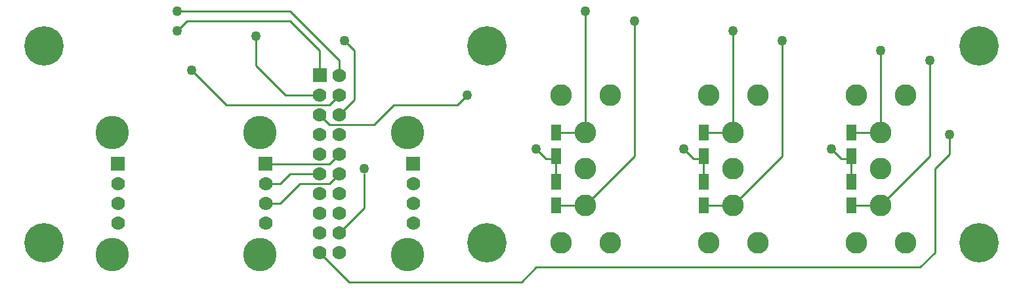
<source format=gbr>
G04 start of page 3 for group 5 idx 5 *
G04 Title: (unknown), bottom *
G04 Creator: pcb 4.2.2 *
G04 CreationDate: Tue May 11 21:17:39 2021 UTC *
G04 For: thomasc *
G04 Format: Gerber/RS-274X *
G04 PCB-Dimensions (mil): 5250.00 1500.00 *
G04 PCB-Coordinate-Origin: lower left *
%MOIN*%
%FSLAX25Y25*%
%LNBOTTOM*%
%ADD34C,0.1250*%
%ADD33C,0.1360*%
%ADD32C,0.0730*%
%ADD31C,0.0420*%
%ADD30C,0.0280*%
%ADD29C,0.0500*%
%ADD28C,0.2000*%
%ADD27C,0.1700*%
%ADD26C,0.0001*%
%ADD25C,0.1100*%
%ADD24C,0.0700*%
%ADD23C,0.0100*%
G54D23*X300000Y44000D02*X285000D01*
Y56000D02*Y69000D01*
X300000Y81000D02*X285000D01*
X275000Y72500D02*X280000Y67500D01*
X285000D01*
X175000Y70000D02*X170000Y65000D01*
X175000Y60000D02*X170000Y55000D01*
X180000Y5000D02*X267500D01*
X275000Y12500D01*
X175000Y30000D02*X187500Y42500D01*
Y60000D01*
X170000Y65000D02*X137500D01*
X165000Y60000D02*X150000D01*
X170000Y55000D02*X155000D01*
X170000Y85000D02*X192500D01*
X202500Y95000D01*
X235000D01*
X240000Y100000D01*
X450000Y44000D02*X435000D01*
X450000Y81000D02*X435000D01*
Y56000D02*Y69000D01*
X375000Y44000D02*X360000D01*
Y56000D02*Y69000D01*
X375000Y81000D02*X360000D01*
X350000Y72500D02*X355000Y67500D01*
X360000D01*
X425000Y72500D02*X430000Y67500D01*
X435000D01*
X477500Y62500D02*X485000Y70000D01*
Y80000D01*
X400000Y69000D02*X375000Y44000D01*
X275000Y12500D02*X470000D01*
X477500Y20000D01*
Y62500D01*
X450000Y122500D02*Y81000D01*
X475000Y117500D02*Y69000D01*
X450000Y44000D01*
X300000Y142500D02*Y81000D01*
X325000Y137500D02*Y69000D01*
X300000Y44000D01*
X375000Y132500D02*Y81000D01*
X400000Y127500D02*Y69000D01*
X150000Y60000D02*X145000Y55000D01*
X137500D01*
X155000D02*X145000Y45000D01*
X137500D01*
X165000Y20000D02*X180000Y5000D01*
X165000Y110000D02*Y122500D01*
X150000Y137500D01*
X175000Y110000D02*Y117500D01*
X150000Y142500D01*
X182500Y97500D02*Y122500D01*
X177500Y127500D01*
X92500Y142500D02*X150000D01*
X92500Y132500D02*X97500Y137500D01*
X150000D01*
X165000Y100000D02*X147500D01*
X175000D02*X170000Y95000D01*
X117500D01*
X175000Y90000D02*X182500Y97500D01*
X165000Y90000D02*X170000Y85000D01*
X147500Y100000D02*X132500Y115000D01*
X117500Y95000D02*X100000Y112500D01*
X132500Y115000D02*Y130000D01*
G54D24*X62500Y45000D03*
X137500D03*
G54D25*X450000Y44000D03*
X375000D03*
X300000D03*
X287500Y25000D03*
X300000Y62500D03*
Y81000D03*
G54D26*G36*
X59000Y68500D02*Y61500D01*
X66000D01*
Y68500D01*
X59000D01*
G37*
G54D27*X59500Y81000D03*
G54D28*X25000Y125000D03*
G54D24*X62500Y55000D03*
G54D26*G36*
X134000Y68500D02*Y61500D01*
X141000D01*
Y68500D01*
X134000D01*
G37*
G54D24*X137500Y55000D03*
G54D27*X134500Y81000D03*
G54D24*X62500Y35000D03*
X137500D03*
X175000Y110000D03*
G54D26*G36*
X161500Y113500D02*Y106500D01*
X168500D01*
Y113500D01*
X161500D01*
G37*
G54D24*X165000Y100000D03*
Y90000D03*
X175000Y100000D03*
Y90000D03*
G54D25*X462500Y100000D03*
X437500D03*
X450000Y62500D03*
Y81000D03*
X387500Y100000D03*
X362500D03*
X312500D03*
X287500D03*
X375000Y62500D03*
Y81000D03*
X462500Y25000D03*
X437500D03*
X387500D03*
X362500D03*
X312500D03*
G54D28*X500000Y125000D03*
Y25000D03*
G54D27*X59500Y19000D03*
X134500D03*
G54D24*X175000Y80000D03*
X165000D03*
X175000Y70000D03*
X165000D03*
X175000Y60000D03*
X165000D03*
Y20000D03*
G54D28*X25000Y25000D03*
G54D26*G36*
X209000Y68500D02*Y61500D01*
X216000D01*
Y68500D01*
X209000D01*
G37*
G54D24*X212500Y55000D03*
Y45000D03*
Y35000D03*
G54D27*X209500Y19000D03*
Y81000D03*
G54D24*X175000Y50000D03*
X165000D03*
X175000Y40000D03*
X165000D03*
X175000Y30000D03*
X165000D03*
X175000Y20000D03*
G54D28*X250000Y125000D03*
Y25000D03*
G54D26*G36*
X287500Y85000D02*X282500D01*
Y77000D01*
X287500D01*
Y85000D01*
G37*
G36*
X362500D02*X357500D01*
Y77000D01*
X362500D01*
Y85000D01*
G37*
G36*
X287500Y48000D02*X282500D01*
Y40000D01*
X287500D01*
Y48000D01*
G37*
G36*
X362500D02*X357500D01*
Y40000D01*
X362500D01*
Y48000D01*
G37*
G36*
X437500D02*X432500D01*
Y40000D01*
X437500D01*
Y48000D01*
G37*
G36*
X287500Y60000D02*X282500D01*
Y52000D01*
X287500D01*
Y60000D01*
G37*
G36*
X362500D02*X357500D01*
Y52000D01*
X362500D01*
Y60000D01*
G37*
G36*
X437500D02*X432500D01*
Y52000D01*
X437500D01*
Y60000D01*
G37*
G36*
X287500Y73000D02*X282500D01*
Y65000D01*
X287500D01*
Y73000D01*
G37*
G36*
X362500D02*X357500D01*
Y65000D01*
X362500D01*
Y73000D01*
G37*
G36*
X437500D02*X432500D01*
Y65000D01*
X437500D01*
Y73000D01*
G37*
G36*
Y85000D02*X432500D01*
Y77000D01*
X437500D01*
Y85000D01*
G37*
G54D29*X187500Y62500D03*
X92500Y132500D03*
Y142500D03*
X132500Y130000D03*
X100000Y112500D03*
X177500Y127500D03*
X275000Y72500D03*
X300000Y142500D03*
X325000Y137500D03*
X350000Y72500D03*
X425000D03*
X375000Y132500D03*
X400000Y127500D03*
X450000Y122500D03*
X240000Y100000D03*
X475000Y117500D03*
X485000Y80000D03*
G54D30*G54D31*G54D32*G54D31*G54D33*G54D34*G54D31*G54D33*G54D31*G54D32*G54D34*G54D33*G54D31*G54D34*G54D31*G54D33*G54D31*G54D34*M02*

</source>
